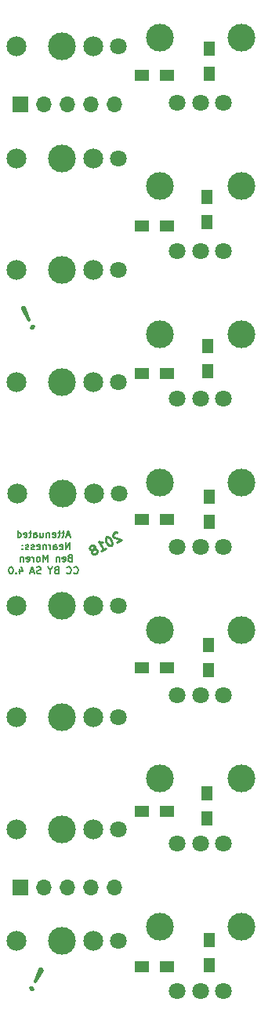
<source format=gbr>
G04 #@! TF.GenerationSoftware,KiCad,Pcbnew,(5.0.0-rc2-47-g52fceb3)*
G04 #@! TF.CreationDate,2018-07-16T10:42:13-05:00*
G04 #@! TF.ProjectId,nearness,6E6561726E6573732E6B696361645F70,rev?*
G04 #@! TF.SameCoordinates,Original*
G04 #@! TF.FileFunction,Soldermask,Bot*
G04 #@! TF.FilePolarity,Negative*
%FSLAX46Y46*%
G04 Gerber Fmt 4.6, Leading zero omitted, Abs format (unit mm)*
G04 Created by KiCad (PCBNEW (5.0.0-rc2-47-g52fceb3)) date Monday, July 16, 2018 at 10:42:13 AM*
%MOMM*%
%LPD*%
G01*
G04 APERTURE LIST*
%ADD10C,0.300000*%
%ADD11C,0.250000*%
%ADD12C,0.187500*%
%ADD13C,1.800000*%
%ADD14C,3.000000*%
%ADD15R,1.300000X1.500000*%
%ADD16R,1.500000X1.300000*%
%ADD17R,1.700000X1.700000*%
%ADD18O,1.700000X1.700000*%
%ADD19C,2.150000*%
G04 APERTURE END LIST*
D10*
X4303002Y-36921294D02*
X4248190Y-37080481D01*
X4407376Y-37135293D01*
X4462189Y-36976106D01*
X4303002Y-36921294D01*
X4407376Y-37135293D01*
X3989880Y-36279298D02*
X3470635Y-34943120D01*
X3311449Y-34888308D01*
X3256636Y-35047494D01*
X3989880Y-36279298D01*
X3311449Y-34888308D01*
X4332997Y-108295294D02*
X4173810Y-108350106D01*
X4228623Y-108509293D01*
X4387809Y-108454481D01*
X4332997Y-108295294D01*
X4228623Y-108509293D01*
X4646119Y-107653298D02*
X5379363Y-106421494D01*
X5324550Y-106262308D01*
X5165364Y-106317120D01*
X4646119Y-107653298D01*
X5324550Y-106262308D01*
D11*
X13472029Y-59174436D02*
X13407294Y-59155874D01*
X13300911Y-59160397D01*
X13092668Y-59275828D01*
X13032457Y-59363649D01*
X13013895Y-59428384D01*
X13018419Y-59534767D01*
X13064591Y-59618064D01*
X13175498Y-59719924D01*
X13952315Y-59942672D01*
X13410884Y-60242793D01*
X12384643Y-59668293D02*
X12301346Y-59714466D01*
X12241135Y-59802286D01*
X12222572Y-59867021D01*
X12227096Y-59973404D01*
X12277792Y-60163085D01*
X12393223Y-60371328D01*
X12527216Y-60514836D01*
X12615037Y-60575047D01*
X12679772Y-60593609D01*
X12786155Y-60589085D01*
X12869452Y-60542913D01*
X12929663Y-60455092D01*
X12948226Y-60390357D01*
X12943702Y-60283974D01*
X12893006Y-60094294D01*
X12777575Y-59886051D01*
X12643582Y-59742543D01*
X12555761Y-59682332D01*
X12491026Y-59663769D01*
X12384643Y-59668293D01*
X11744941Y-61166240D02*
X12244724Y-60889205D01*
X11994833Y-61027723D02*
X11510023Y-60153103D01*
X11662579Y-60231876D01*
X11792048Y-60269001D01*
X11898431Y-60264477D01*
X10968124Y-60943491D02*
X11028335Y-60855670D01*
X11046898Y-60790935D01*
X11042374Y-60684552D01*
X11019288Y-60642903D01*
X10931467Y-60582693D01*
X10866732Y-60564130D01*
X10760349Y-60568654D01*
X10593755Y-60660999D01*
X10533544Y-60748820D01*
X10514981Y-60813554D01*
X10519505Y-60919938D01*
X10542591Y-60961586D01*
X10630412Y-61021797D01*
X10695147Y-61040359D01*
X10801530Y-61035836D01*
X10968124Y-60943491D01*
X11074508Y-60938967D01*
X11139242Y-60957530D01*
X11227063Y-61017740D01*
X11319408Y-61184335D01*
X11323932Y-61290718D01*
X11305369Y-61355453D01*
X11245159Y-61443274D01*
X11078564Y-61535618D01*
X10972181Y-61540142D01*
X10907446Y-61521580D01*
X10819625Y-61461369D01*
X10727281Y-61294775D01*
X10722757Y-61188391D01*
X10741319Y-61123657D01*
X10801530Y-61035836D01*
D12*
X8358628Y-59471850D02*
X8001485Y-59471850D01*
X8430057Y-59686135D02*
X8180057Y-58936135D01*
X7930057Y-59686135D01*
X7787199Y-59186135D02*
X7501485Y-59186135D01*
X7680057Y-58936135D02*
X7680057Y-59578992D01*
X7644342Y-59650421D01*
X7572914Y-59686135D01*
X7501485Y-59686135D01*
X7358628Y-59186135D02*
X7072914Y-59186135D01*
X7251485Y-58936135D02*
X7251485Y-59578992D01*
X7215771Y-59650421D01*
X7144342Y-59686135D01*
X7072914Y-59686135D01*
X6537200Y-59650421D02*
X6608628Y-59686135D01*
X6751485Y-59686135D01*
X6822914Y-59650421D01*
X6858628Y-59578992D01*
X6858628Y-59293278D01*
X6822914Y-59221850D01*
X6751485Y-59186135D01*
X6608628Y-59186135D01*
X6537200Y-59221850D01*
X6501485Y-59293278D01*
X6501485Y-59364707D01*
X6858628Y-59436135D01*
X6180057Y-59186135D02*
X6180057Y-59686135D01*
X6180057Y-59257564D02*
X6144342Y-59221850D01*
X6072914Y-59186135D01*
X5965771Y-59186135D01*
X5894342Y-59221850D01*
X5858628Y-59293278D01*
X5858628Y-59686135D01*
X5180057Y-59186135D02*
X5180057Y-59686135D01*
X5501485Y-59186135D02*
X5501485Y-59578992D01*
X5465771Y-59650421D01*
X5394342Y-59686135D01*
X5287200Y-59686135D01*
X5215771Y-59650421D01*
X5180057Y-59614707D01*
X4501485Y-59686135D02*
X4501485Y-59293278D01*
X4537200Y-59221850D01*
X4608628Y-59186135D01*
X4751485Y-59186135D01*
X4822914Y-59221850D01*
X4501485Y-59650421D02*
X4572914Y-59686135D01*
X4751485Y-59686135D01*
X4822914Y-59650421D01*
X4858628Y-59578992D01*
X4858628Y-59507564D01*
X4822914Y-59436135D01*
X4751485Y-59400421D01*
X4572914Y-59400421D01*
X4501485Y-59364707D01*
X4251485Y-59186135D02*
X3965771Y-59186135D01*
X4144342Y-58936135D02*
X4144342Y-59578992D01*
X4108628Y-59650421D01*
X4037200Y-59686135D01*
X3965771Y-59686135D01*
X3430057Y-59650421D02*
X3501485Y-59686135D01*
X3644342Y-59686135D01*
X3715771Y-59650421D01*
X3751485Y-59578992D01*
X3751485Y-59293278D01*
X3715771Y-59221850D01*
X3644342Y-59186135D01*
X3501485Y-59186135D01*
X3430057Y-59221850D01*
X3394342Y-59293278D01*
X3394342Y-59364707D01*
X3751485Y-59436135D01*
X2751485Y-59686135D02*
X2751485Y-58936135D01*
X2751485Y-59650421D02*
X2822914Y-59686135D01*
X2965771Y-59686135D01*
X3037200Y-59650421D01*
X3072914Y-59614707D01*
X3108628Y-59543278D01*
X3108628Y-59328992D01*
X3072914Y-59257564D01*
X3037200Y-59221850D01*
X2965771Y-59186135D01*
X2822914Y-59186135D01*
X2751485Y-59221850D01*
X8376485Y-60998635D02*
X8376485Y-60248635D01*
X7947914Y-60998635D01*
X7947914Y-60248635D01*
X7305057Y-60962921D02*
X7376485Y-60998635D01*
X7519342Y-60998635D01*
X7590771Y-60962921D01*
X7626485Y-60891492D01*
X7626485Y-60605778D01*
X7590771Y-60534350D01*
X7519342Y-60498635D01*
X7376485Y-60498635D01*
X7305057Y-60534350D01*
X7269342Y-60605778D01*
X7269342Y-60677207D01*
X7626485Y-60748635D01*
X6626485Y-60998635D02*
X6626485Y-60605778D01*
X6662200Y-60534350D01*
X6733628Y-60498635D01*
X6876485Y-60498635D01*
X6947914Y-60534350D01*
X6626485Y-60962921D02*
X6697914Y-60998635D01*
X6876485Y-60998635D01*
X6947914Y-60962921D01*
X6983628Y-60891492D01*
X6983628Y-60820064D01*
X6947914Y-60748635D01*
X6876485Y-60712921D01*
X6697914Y-60712921D01*
X6626485Y-60677207D01*
X6269342Y-60998635D02*
X6269342Y-60498635D01*
X6269342Y-60641492D02*
X6233628Y-60570064D01*
X6197914Y-60534350D01*
X6126485Y-60498635D01*
X6055057Y-60498635D01*
X5805057Y-60498635D02*
X5805057Y-60998635D01*
X5805057Y-60570064D02*
X5769342Y-60534350D01*
X5697914Y-60498635D01*
X5590771Y-60498635D01*
X5519342Y-60534350D01*
X5483628Y-60605778D01*
X5483628Y-60998635D01*
X4840771Y-60962921D02*
X4912200Y-60998635D01*
X5055057Y-60998635D01*
X5126485Y-60962921D01*
X5162200Y-60891492D01*
X5162200Y-60605778D01*
X5126485Y-60534350D01*
X5055057Y-60498635D01*
X4912200Y-60498635D01*
X4840771Y-60534350D01*
X4805057Y-60605778D01*
X4805057Y-60677207D01*
X5162200Y-60748635D01*
X4519342Y-60962921D02*
X4447914Y-60998635D01*
X4305057Y-60998635D01*
X4233628Y-60962921D01*
X4197914Y-60891492D01*
X4197914Y-60855778D01*
X4233628Y-60784350D01*
X4305057Y-60748635D01*
X4412200Y-60748635D01*
X4483628Y-60712921D01*
X4519342Y-60641492D01*
X4519342Y-60605778D01*
X4483628Y-60534350D01*
X4412200Y-60498635D01*
X4305057Y-60498635D01*
X4233628Y-60534350D01*
X3912200Y-60962921D02*
X3840771Y-60998635D01*
X3697914Y-60998635D01*
X3626485Y-60962921D01*
X3590771Y-60891492D01*
X3590771Y-60855778D01*
X3626485Y-60784350D01*
X3697914Y-60748635D01*
X3805057Y-60748635D01*
X3876485Y-60712921D01*
X3912200Y-60641492D01*
X3912200Y-60605778D01*
X3876485Y-60534350D01*
X3805057Y-60498635D01*
X3697914Y-60498635D01*
X3626485Y-60534350D01*
X3269342Y-60927207D02*
X3233628Y-60962921D01*
X3269342Y-60998635D01*
X3305057Y-60962921D01*
X3269342Y-60927207D01*
X3269342Y-60998635D01*
X3269342Y-60534350D02*
X3233628Y-60570064D01*
X3269342Y-60605778D01*
X3305057Y-60570064D01*
X3269342Y-60534350D01*
X3269342Y-60605778D01*
X8376485Y-61918278D02*
X8269342Y-61953992D01*
X8233628Y-61989707D01*
X8197914Y-62061135D01*
X8197914Y-62168278D01*
X8233628Y-62239707D01*
X8269342Y-62275421D01*
X8340771Y-62311135D01*
X8626485Y-62311135D01*
X8626485Y-61561135D01*
X8376485Y-61561135D01*
X8305057Y-61596850D01*
X8269342Y-61632564D01*
X8233628Y-61703992D01*
X8233628Y-61775421D01*
X8269342Y-61846850D01*
X8305057Y-61882564D01*
X8376485Y-61918278D01*
X8626485Y-61918278D01*
X7590771Y-62275421D02*
X7662199Y-62311135D01*
X7805057Y-62311135D01*
X7876485Y-62275421D01*
X7912199Y-62203992D01*
X7912199Y-61918278D01*
X7876485Y-61846850D01*
X7805057Y-61811135D01*
X7662199Y-61811135D01*
X7590771Y-61846850D01*
X7555057Y-61918278D01*
X7555057Y-61989707D01*
X7912199Y-62061135D01*
X7233628Y-61811135D02*
X7233628Y-62311135D01*
X7233628Y-61882564D02*
X7197914Y-61846850D01*
X7126485Y-61811135D01*
X7019342Y-61811135D01*
X6947914Y-61846850D01*
X6912199Y-61918278D01*
X6912199Y-62311135D01*
X5983628Y-62311135D02*
X5983628Y-61561135D01*
X5733628Y-62096850D01*
X5483628Y-61561135D01*
X5483628Y-62311135D01*
X5019342Y-62311135D02*
X5090771Y-62275421D01*
X5126485Y-62239707D01*
X5162200Y-62168278D01*
X5162200Y-61953992D01*
X5126485Y-61882564D01*
X5090771Y-61846850D01*
X5019342Y-61811135D01*
X4912200Y-61811135D01*
X4840771Y-61846850D01*
X4805057Y-61882564D01*
X4769342Y-61953992D01*
X4769342Y-62168278D01*
X4805057Y-62239707D01*
X4840771Y-62275421D01*
X4912200Y-62311135D01*
X5019342Y-62311135D01*
X4447914Y-62311135D02*
X4447914Y-61811135D01*
X4447914Y-61953992D02*
X4412200Y-61882564D01*
X4376485Y-61846850D01*
X4305057Y-61811135D01*
X4233628Y-61811135D01*
X3697914Y-62275421D02*
X3769342Y-62311135D01*
X3912200Y-62311135D01*
X3983628Y-62275421D01*
X4019342Y-62203992D01*
X4019342Y-61918278D01*
X3983628Y-61846850D01*
X3912200Y-61811135D01*
X3769342Y-61811135D01*
X3697914Y-61846850D01*
X3662200Y-61918278D01*
X3662200Y-61989707D01*
X4019342Y-62061135D01*
X3340771Y-61811135D02*
X3340771Y-62311135D01*
X3340771Y-61882564D02*
X3305057Y-61846850D01*
X3233628Y-61811135D01*
X3126485Y-61811135D01*
X3055057Y-61846850D01*
X3019342Y-61918278D01*
X3019342Y-62311135D01*
X8805057Y-63552207D02*
X8840771Y-63587921D01*
X8947914Y-63623635D01*
X9019342Y-63623635D01*
X9126485Y-63587921D01*
X9197914Y-63516492D01*
X9233628Y-63445064D01*
X9269342Y-63302207D01*
X9269342Y-63195064D01*
X9233628Y-63052207D01*
X9197914Y-62980778D01*
X9126485Y-62909350D01*
X9019342Y-62873635D01*
X8947914Y-62873635D01*
X8840771Y-62909350D01*
X8805057Y-62945064D01*
X8055057Y-63552207D02*
X8090771Y-63587921D01*
X8197914Y-63623635D01*
X8269342Y-63623635D01*
X8376485Y-63587921D01*
X8447914Y-63516492D01*
X8483628Y-63445064D01*
X8519342Y-63302207D01*
X8519342Y-63195064D01*
X8483628Y-63052207D01*
X8447914Y-62980778D01*
X8376485Y-62909350D01*
X8269342Y-62873635D01*
X8197914Y-62873635D01*
X8090771Y-62909350D01*
X8055057Y-62945064D01*
X6912200Y-63230778D02*
X6805057Y-63266492D01*
X6769342Y-63302207D01*
X6733628Y-63373635D01*
X6733628Y-63480778D01*
X6769342Y-63552207D01*
X6805057Y-63587921D01*
X6876485Y-63623635D01*
X7162200Y-63623635D01*
X7162200Y-62873635D01*
X6912200Y-62873635D01*
X6840771Y-62909350D01*
X6805057Y-62945064D01*
X6769342Y-63016492D01*
X6769342Y-63087921D01*
X6805057Y-63159350D01*
X6840771Y-63195064D01*
X6912200Y-63230778D01*
X7162200Y-63230778D01*
X6269342Y-63266492D02*
X6269342Y-63623635D01*
X6519342Y-62873635D02*
X6269342Y-63266492D01*
X6019342Y-62873635D01*
X5233628Y-63587921D02*
X5126485Y-63623635D01*
X4947914Y-63623635D01*
X4876485Y-63587921D01*
X4840771Y-63552207D01*
X4805057Y-63480778D01*
X4805057Y-63409350D01*
X4840771Y-63337921D01*
X4876485Y-63302207D01*
X4947914Y-63266492D01*
X5090771Y-63230778D01*
X5162200Y-63195064D01*
X5197914Y-63159350D01*
X5233628Y-63087921D01*
X5233628Y-63016492D01*
X5197914Y-62945064D01*
X5162200Y-62909350D01*
X5090771Y-62873635D01*
X4912200Y-62873635D01*
X4805057Y-62909350D01*
X4519342Y-63409350D02*
X4162199Y-63409350D01*
X4590771Y-63623635D02*
X4340771Y-62873635D01*
X4090771Y-63623635D01*
X2947914Y-63123635D02*
X2947914Y-63623635D01*
X3126485Y-62837921D02*
X3305057Y-63373635D01*
X2840771Y-63373635D01*
X2555057Y-63552207D02*
X2519342Y-63587921D01*
X2555057Y-63623635D01*
X2590771Y-63587921D01*
X2555057Y-63552207D01*
X2555057Y-63623635D01*
X2055057Y-62873635D02*
X1983628Y-62873635D01*
X1912200Y-62909350D01*
X1876485Y-62945064D01*
X1840771Y-63016492D01*
X1805057Y-63159350D01*
X1805057Y-63337921D01*
X1840771Y-63480778D01*
X1876485Y-63552207D01*
X1912200Y-63587921D01*
X1983628Y-63623635D01*
X2055057Y-63623635D01*
X2126485Y-63587921D01*
X2162200Y-63552207D01*
X2197914Y-63480778D01*
X2233628Y-63337921D01*
X2233628Y-63159350D01*
X2197914Y-63016492D01*
X2162200Y-62945064D01*
X2126485Y-62909350D01*
X2055057Y-62873635D01*
D13*
G04 #@! TO.C,RV1*
X20001900Y-12814380D03*
X22501900Y-12814380D03*
X25001900Y-12814380D03*
D14*
X18101900Y-5814380D03*
X26901900Y-5814380D03*
G04 #@! TD*
D13*
G04 #@! TO.C,RV2*
X20001900Y-28795380D03*
X22501900Y-28795380D03*
X25001900Y-28795380D03*
D14*
X18101900Y-21795380D03*
X26901900Y-21795380D03*
G04 #@! TD*
D13*
G04 #@! TO.C,RV3*
X20001900Y-44776380D03*
X22501900Y-44776380D03*
X25001900Y-44776380D03*
D14*
X18101900Y-37776380D03*
X26901900Y-37776380D03*
G04 #@! TD*
D13*
G04 #@! TO.C,RV4*
X20001900Y-60757380D03*
X22501900Y-60757380D03*
X25001900Y-60757380D03*
D14*
X18101900Y-53757380D03*
X26901900Y-53757380D03*
G04 #@! TD*
D13*
G04 #@! TO.C,RV5*
X20001900Y-76738380D03*
X22501900Y-76738380D03*
X25001900Y-76738380D03*
D14*
X18101900Y-69738380D03*
X26901900Y-69738380D03*
G04 #@! TD*
D13*
G04 #@! TO.C,RV6*
X20001900Y-92720380D03*
X22501900Y-92720380D03*
X25001900Y-92720380D03*
D14*
X18101900Y-85720380D03*
X26901900Y-85720380D03*
G04 #@! TD*
D13*
G04 #@! TO.C,RV7*
X20001900Y-108681380D03*
X22501900Y-108681380D03*
X25001900Y-108681380D03*
D14*
X18101900Y-101681380D03*
X26901900Y-101681380D03*
G04 #@! TD*
D15*
G04 #@! TO.C,R14*
X23418800Y-105845600D03*
X23418800Y-103145600D03*
G04 #@! TD*
D16*
G04 #@! TO.C,R13*
X16150000Y-106070400D03*
X18850000Y-106070400D03*
G04 #@! TD*
D15*
G04 #@! TO.C,R12*
X23164800Y-89996000D03*
X23164800Y-87296000D03*
G04 #@! TD*
D16*
G04 #@! TO.C,R11*
X16150000Y-89255600D03*
X18850000Y-89255600D03*
G04 #@! TD*
D15*
G04 #@! TO.C,R10*
X23368000Y-73994000D03*
X23368000Y-71294000D03*
G04 #@! TD*
D16*
G04 #@! TO.C,R9*
X16150000Y-73812400D03*
X18850000Y-73812400D03*
G04 #@! TD*
D15*
G04 #@! TO.C,R8*
X23418800Y-57992000D03*
X23418800Y-55292000D03*
G04 #@! TD*
D16*
G04 #@! TO.C,R7*
X16150000Y-57810400D03*
X18850000Y-57810400D03*
G04 #@! TD*
D15*
G04 #@! TO.C,R6*
X23266400Y-41786800D03*
X23266400Y-39086800D03*
G04 #@! TD*
D16*
G04 #@! TO.C,R5*
X16150000Y-42062400D03*
X18850000Y-42062400D03*
G04 #@! TD*
G04 #@! TO.C,R3*
X16150000Y-26111200D03*
X18850000Y-26111200D03*
G04 #@! TD*
D15*
G04 #@! TO.C,R2*
X23418800Y-9681200D03*
X23418800Y-6981200D03*
G04 #@! TD*
D16*
G04 #@! TO.C,R1*
X16150000Y-9855200D03*
X18850000Y-9855200D03*
G04 #@! TD*
D15*
G04 #@! TO.C,R4*
X23215600Y-22983200D03*
X23215600Y-25683200D03*
G04 #@! TD*
D17*
G04 #@! TO.C,J12*
X3000000Y-97445000D03*
D18*
X5540000Y-97445000D03*
X8080000Y-97445000D03*
X10620000Y-97445000D03*
X13160000Y-97445000D03*
G04 #@! TD*
G04 #@! TO.C,J11*
X13160000Y-13000000D03*
X10620000Y-13000000D03*
X8080000Y-13000000D03*
X5540000Y-13000000D03*
D17*
X3000000Y-13000000D03*
G04 #@! TD*
D14*
G04 #@! TO.C,J6*
X7500000Y-67065000D03*
D19*
X2580000Y-67065000D03*
X10880000Y-67065000D03*
D13*
X13596000Y-67065000D03*
G04 #@! TD*
D14*
G04 #@! TO.C,J5*
X7622000Y-55000000D03*
D19*
X2702000Y-55000000D03*
X11002000Y-55000000D03*
D13*
X13718000Y-55000000D03*
G04 #@! TD*
D14*
G04 #@! TO.C,J4*
X7500000Y-42935000D03*
D19*
X2580000Y-42935000D03*
X10880000Y-42935000D03*
D13*
X13596000Y-42935000D03*
G04 #@! TD*
D14*
G04 #@! TO.C,J3*
X7500000Y-30870000D03*
D19*
X2580000Y-30870000D03*
X10880000Y-30870000D03*
D13*
X13596000Y-30870000D03*
G04 #@! TD*
D14*
G04 #@! TO.C,J2*
X7500000Y-18805000D03*
D19*
X2580000Y-18805000D03*
X10880000Y-18805000D03*
D13*
X13596000Y-18805000D03*
G04 #@! TD*
D14*
G04 #@! TO.C,J1*
X7500000Y-6740000D03*
D19*
X2580000Y-6740000D03*
X10880000Y-6740000D03*
D13*
X13596000Y-6740000D03*
G04 #@! TD*
D14*
G04 #@! TO.C,J7*
X7500000Y-79130000D03*
D19*
X2580000Y-79130000D03*
X10880000Y-79130000D03*
D13*
X13596000Y-79130000D03*
G04 #@! TD*
D14*
G04 #@! TO.C,J8*
X7500000Y-91195000D03*
D19*
X2580000Y-91195000D03*
X10880000Y-91195000D03*
D13*
X13596000Y-91195000D03*
G04 #@! TD*
D14*
G04 #@! TO.C,J9*
X7500000Y-103260000D03*
D19*
X2580000Y-103260000D03*
X10880000Y-103260000D03*
D13*
X13596000Y-103260000D03*
G04 #@! TD*
M02*

</source>
